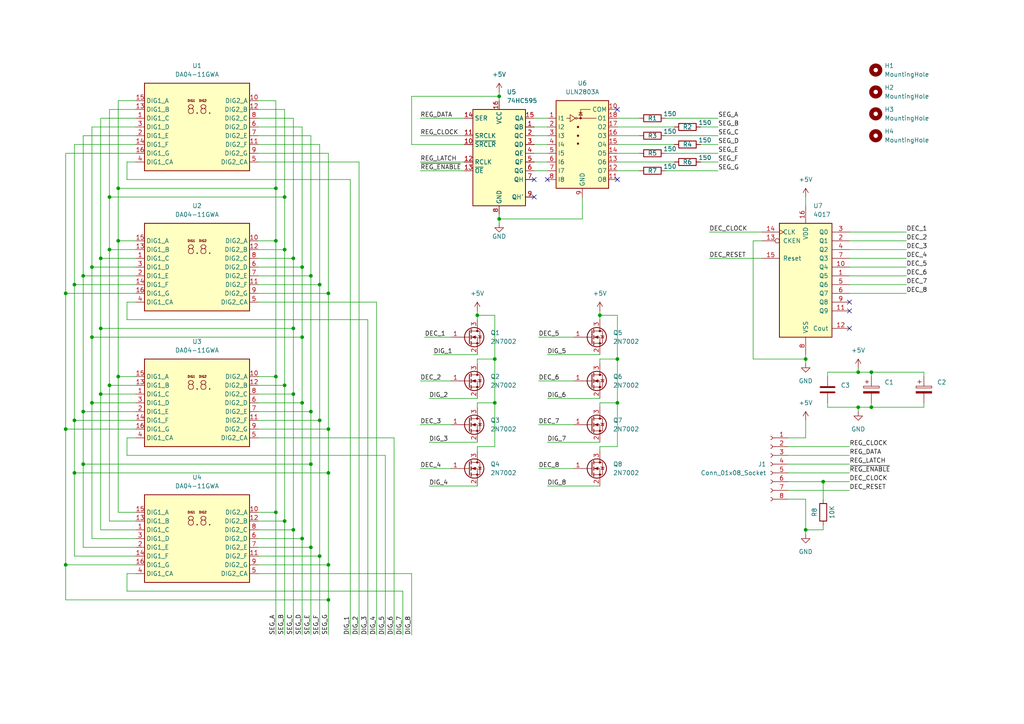
<source format=kicad_sch>
(kicad_sch (version 20230121) (generator eeschema)
  (paper "A4")
  (title_block (title "ICMI Seven Segment Display") (date "2023-08") (rev "v1.1"))
  (lib_symbols
    (symbol "4xxx:4017" (pin_names (offset 1.016))
      (property "Reference" "U" (at -7.62 16.51 0))
      (property "Value" "4017" (at -7.62 -19.05 0))
      (symbol "4017_1_0"
        (pin output line (at 12.7 0 180) (length 5.08) (name "Q5") (number "1"))
        (pin output line (at 12.7 2.54 180) (length 5.08) (name "Q4") (number "10"))
        (pin output line (at 12.7 -10.16 180) (length 5.08) (name "Q9") (number "11"))
        (pin output line (at 12.7 -15.24 180) (length 5.08) (name "Cout") (number "12"))
        (pin input inverted (at -12.7 10.16 0) (length 5.08) (name "CKEN") (number "13"))
        (pin input clock (at -12.7 12.7 0) (length 5.08) (name "CLK") (number "14"))
        (pin input line (at -12.7 5.08 0) (length 5.08) (name "Reset") (number "15"))
        (pin power_in line (at 0 20.32 270) (length 5.08) (name "VDD") (number "16"))
        (pin output line (at 12.7 10.16 180) (length 5.08) (name "Q1") (number "2"))
        (pin output line (at 12.7 12.7 180) (length 5.08) (name "Q0") (number "3"))
        (pin output line (at 12.7 7.62 180) (length 5.08) (name "Q2") (number "4"))
        (pin output line (at 12.7 -2.54 180) (length 5.08) (name "Q6") (number "5"))
        (pin output line (at 12.7 -5.08 180) (length 5.08) (name "Q7") (number "6"))
        (pin output line (at 12.7 5.08 180) (length 5.08) (name "Q3") (number "7"))
        (pin power_in line (at 0 -22.86 90) (length 5.08) (name "VSS") (number "8"))
        (pin output line (at 12.7 -7.62 180) (length 5.08) (name "Q8") (number "9"))
      )
      (symbol "4017_1_1"
        (rectangle (start -7.62 15.24) (end 7.62 -17.78) (stroke (width 0.254)) (fill (type background)))
      )
    )
    (symbol "74xx:74HC595"
      (property "Reference" "U" (at -7.62 13.97 0))
      (property "Value" "74HC595" (at -7.62 -16.51 0))
      (symbol "74HC595_1_0"
        (pin tri_state line (at 10.16 7.62 180) (length 2.54) (name "QB") (number "1"))
        (pin input line (at -10.16 2.54 0) (length 2.54) (name "~{SRCLR}") (number "10"))
        (pin input line (at -10.16 5.08 0) (length 2.54) (name "SRCLK") (number "11"))
        (pin input line (at -10.16 -2.54 0) (length 2.54) (name "RCLK") (number "12"))
        (pin input line (at -10.16 -5.08 0) (length 2.54) (name "~{OE}") (number "13"))
        (pin input line (at -10.16 10.16 0) (length 2.54) (name "SER") (number "14"))
        (pin tri_state line (at 10.16 10.16 180) (length 2.54) (name "QA") (number "15"))
        (pin power_in line (at 0 15.24 270) (length 2.54) (name "VCC") (number "16"))
        (pin tri_state line (at 10.16 5.08 180) (length 2.54) (name "QC") (number "2"))
        (pin tri_state line (at 10.16 2.54 180) (length 2.54) (name "QD") (number "3"))
        (pin tri_state line (at 10.16 0 180) (length 2.54) (name "QE") (number "4"))
        (pin tri_state line (at 10.16 -2.54 180) (length 2.54) (name "QF") (number "5"))
        (pin tri_state line (at 10.16 -5.08 180) (length 2.54) (name "QG") (number "6"))
        (pin tri_state line (at 10.16 -7.62 180) (length 2.54) (name "QH") (number "7"))
        (pin power_in line (at 0 -17.78 90) (length 2.54) (name "GND") (number "8"))
        (pin output line (at 10.16 -12.7 180) (length 2.54) (name "QH'") (number "9"))
      )
      (symbol "74HC595_1_1"
        (rectangle (start -7.62 12.7) (end 7.62 -15.24) (stroke (width 0.254)) (fill (type background)))
      )
    )
    (symbol "Connector:Conn_01x08_Socket" (pin_names (offset 1.016) hide)
      (property "Reference" "J" (at 0 10.16 0))
      (property "Value" "Conn_01x08_Socket" (at 0 -12.7 0))
      (symbol "Conn_01x08_Socket_1_1"
        (arc (start 0 -9.652) (mid -0.5058 -10.16) (end 0 -10.668) (stroke (width 0.1524)))
        (arc (start 0 -7.112) (mid -0.5058 -7.62) (end 0 -8.128) (stroke (width 0.1524)))
        (arc (start 0 -4.572) (mid -0.5058 -5.08) (end 0 -5.588) (stroke (width 0.1524)))
        (arc (start 0 -2.032) (mid -0.5058 -2.54) (end 0 -3.048) (stroke (width 0.1524)))
        (polyline (pts (xy -1.27 -10.16) (xy -0.508 -10.16)) (stroke (width 0.1524)))
        (polyline (pts (xy -1.27 -7.62) (xy -0.508 -7.62)) (stroke (width 0.1524)))
        (polyline (pts (xy -1.27 -5.08) (xy -0.508 -5.08)) (stroke (width 0.1524)))
        (polyline (pts (xy -1.27 -2.54) (xy -0.508 -2.54)) (stroke (width 0.1524)))
        (polyline (pts (xy -1.27 0) (xy -0.508 0)) (stroke (width 0.1524)))
        (polyline (pts (xy -1.27 2.54) (xy -0.508 2.54)) (stroke (width 0.1524)))
        (polyline (pts (xy -1.27 5.08) (xy -0.508 5.08)) (stroke (width 0.1524)))
        (polyline (pts (xy -1.27 7.62) (xy -0.508 7.62)) (stroke (width 0.1524)))
        (arc (start 0 0.508) (mid -0.5058 0) (end 0 -0.508) (stroke (width 0.1524)))
        (arc (start 0 3.048) (mid -0.5058 2.54) (end 0 2.032) (stroke (width 0.1524)))
        (arc (start 0 5.588) (mid -0.5058 5.08) (end 0 4.572) (stroke (width 0.1524)))
        (arc (start 0 8.128) (mid -0.5058 7.62) (end 0 7.112) (stroke (width 0.1524)))
        (pin passive line (at -5.08 7.62 0) (length 3.81) (name "Pin_1") (number "1"))
        (pin passive line (at -5.08 5.08 0) (length 3.81) (name "Pin_2") (number "2"))
        (pin passive line (at -5.08 2.54 0) (length 3.81) (name "Pin_3") (number "3"))
        (pin passive line (at -5.08 0 0) (length 3.81) (name "Pin_4") (number "4"))
        (pin passive line (at -5.08 -2.54 0) (length 3.81) (name "Pin_5") (number "5"))
        (pin passive line (at -5.08 -5.08 0) (length 3.81) (name "Pin_6") (number "6"))
        (pin passive line (at -5.08 -7.62 0) (length 3.81) (name "Pin_7") (number "7"))
        (pin passive line (at -5.08 -10.16 0) (length 3.81) (name "Pin_8") (number "8"))
      )
    )
    (symbol "Device:C" (pin_numbers hide) (pin_names (offset 0.254))
      (property "Reference" "C" (at 0.635 2.54 0))
      (property "Value" "C" (at 0.635 -2.54 0))
      (symbol "C_0_1"
        (polyline (pts (xy -2.032 -0.762) (xy 2.032 -0.762)) (stroke (width 0.508)))
        (polyline (pts (xy -2.032 0.762) (xy 2.032 0.762)) (stroke (width 0.508)))
      )
      (symbol "C_1_1"
        (pin passive line (at 0 3.81 270) (length 2.794) (name "~") (number "1"))
        (pin passive line (at 0 -3.81 90) (length 2.794) (name "~") (number "2"))
      )
    )
    (symbol "Device:C_Polarized" (pin_numbers hide) (pin_names (offset 0.254))
      (property "Reference" "C" (at 0.635 2.54 0))
      (property "Value" "C_Polarized" (at 0.635 -2.54 0))
      (symbol "C_Polarized_0_1"
        (rectangle (start -2.286 0.508) (end 2.286 1.016))
        (polyline (pts (xy -1.778 2.286) (xy -0.762 2.286)))
        (polyline (pts (xy -1.27 2.794) (xy -1.27 1.778)))
        (rectangle (start 2.286 -0.508) (end -2.286 -1.016) (fill (type outline)))
      )
      (symbol "C_Polarized_1_1"
        (pin passive line (at 0 3.81 270) (length 2.794) (name "~") (number "1"))
        (pin passive line (at 0 -3.81 90) (length 2.794) (name "~") (number "2"))
      )
    )
    (symbol "Device:R" (pin_numbers hide) (pin_names (offset 0))
      (property "Reference" "R" (at 2.032 0 90))
      (property "Value" "R" (at 0 0 90))
      (symbol "R_0_1"
        (rectangle (start -1.016 -2.54) (end 1.016 2.54) (stroke (width 0.254)))
      )
      (symbol "R_1_1"
        (pin passive line (at 0 3.81 270) (length 1.27) (name "~") (number "1"))
        (pin passive line (at 0 -3.81 90) (length 1.27) (name "~") (number "2"))
      )
    )
    (symbol "Display_Character:DA04-11GWA"
      (property "Reference" "U" (at -13.97 13.97 0))
      (property "Value" "DA04-11GWA" (at 15.24 13.97 0))
      (symbol "DA04-11GWA_0_0"
        (text "8.8." (at 0.635 5.08 0) (effects (font (size 2.54 2.54))))
        (text "DIG1" (at -1.651 7.62 0) (effects (font (size 0.635 0.635))))
        (text "DIG2" (at 1.651 7.62 0) (effects (font (size 0.635 0.635))))
      )
      (symbol "DA04-11GWA_0_1"
        (rectangle (start -15.24 12.7) (end 15.24 -12.7) (stroke (width 0.254)) (fill (type background)))
      )
      (symbol "DA04-11GWA_1_1"
        (pin input line (at -17.78 2.54 0) (length 2.54) (name "DIG1_C") (number "1"))
        (pin input line (at 17.78 7.62 180) (length 2.54) (name "DIG2_A") (number "10"))
        (pin input line (at 17.78 -5.08 180) (length 2.54) (name "DIG2_F") (number "11"))
        (pin input line (at 17.78 5.08 180) (length 2.54) (name "DIG2_B") (number "12"))
        (pin input line (at -17.78 5.08 0) (length 2.54) (name "DIG1_B") (number "13"))
        (pin input line (at -17.78 -5.08 0) (length 2.54) (name "DIG1_F") (number "14"))
        (pin input line (at -17.78 7.62 0) (length 2.54) (name "DIG1_A") (number "15"))
        (pin input line (at -17.78 -7.62 0) (length 2.54) (name "DIG1_G") (number "16"))
        (pin input line (at -17.78 -2.54 0) (length 2.54) (name "DIG1_E") (number "2"))
        (pin input line (at -17.78 0 0) (length 2.54) (name "DIG1_D") (number "3"))
        (pin input line (at -17.78 -10.16 0) (length 2.54) (name "DIG1_CA") (number "4"))
        (pin input line (at 17.78 -10.16 180) (length 2.54) (name "DIG2_CA") (number "5"))
        (pin input line (at 17.78 0 180) (length 2.54) (name "DIG2_D") (number "6"))
        (pin input line (at 17.78 -2.54 180) (length 2.54) (name "DIG2_E") (number "7"))
        (pin input line (at 17.78 2.54 180) (length 2.54) (name "DIG2_C") (number "8"))
        (pin input line (at 17.78 -7.62 180) (length 2.54) (name "DIG2_G") (number "9"))
      )
    )
    (symbol "Mechanical:MountingHole" (pin_names (offset 1.016))
      (property "Reference" "H" (at 0 5.08 0))
      (property "Value" "MountingHole" (at 0 3.175 0))
      (symbol "MountingHole_0_1"
        (circle (center 0 0) (radius 1.27) (stroke (width 1.27)))
      )
    )
    (symbol "Transistor_Array:ULN2803A"
      (property "Reference" "U" (at 0 13.335 0))
      (property "Value" "ULN2803A" (at 0 11.43 0))
      (symbol "ULN2803A_0_1"
        (rectangle (start -7.62 -15.24) (end 7.62 10.16) (stroke (width 0.254)) (fill (type background)))
        (circle (center -1.778 5.08) (radius 0.254))
        (circle (center -1.27 -2.286) (radius 0.254) (fill (type outline)))
        (circle (center -1.27 0) (radius 0.254) (fill (type outline)))
        (circle (center -1.27 2.54) (radius 0.254) (fill (type outline)))
        (circle (center -0.508 5.08) (radius 0.254) (fill (type outline)))
        (polyline (pts (xy -4.572 5.08) (xy -3.556 5.08)))
        (polyline (pts (xy -1.524 5.08) (xy 4.064 5.08)))
        (polyline (pts (xy 0 6.731) (xy -1.016 6.731)))
        (polyline (pts (xy -0.508 5.08) (xy -0.508 7.62) (xy 2.286 7.62)))
        (polyline (pts (xy -3.556 6.096) (xy -3.556 4.064) (xy -2.032 5.08) (xy -3.556 6.096)))
        (polyline (pts (xy 0 5.969) (xy -1.016 5.969) (xy -0.508 6.731) (xy 0 5.969)))
      )
      (symbol "ULN2803A_1_1"
        (pin input line (at -10.16 5.08 0) (length 2.54) (name "I1") (number "1"))
        (pin passive line (at 10.16 7.62 180) (length 2.54) (name "COM") (number "10"))
        (pin open_collector line (at 10.16 -12.7 180) (length 2.54) (name "O8") (number "11"))
        (pin open_collector line (at 10.16 -10.16 180) (length 2.54) (name "O7") (number "12"))
        (pin open_collector line (at 10.16 -7.62 180) (length 2.54) (name "O6") (number "13"))
        (pin open_collector line (at 10.16 -5.08 180) (length 2.54) (name "O5") (number "14"))
        (pin open_collector line (at 10.16 -2.54 180) (length 2.54) (name "O4") (number "15"))
        (pin open_collector line (at 10.16 0 180) (length 2.54) (name "O3") (number "16"))
        (pin open_collector line (at 10.16 2.54 180) (length 2.54) (name "O2") (number "17"))
        (pin open_collector line (at 10.16 5.08 180) (length 2.54) (name "O1") (number "18"))
        (pin input line (at -10.16 2.54 0) (length 2.54) (name "I2") (number "2"))
        (pin input line (at -10.16 0 0) (length 2.54) (name "I3") (number "3"))
        (pin input line (at -10.16 -2.54 0) (length 2.54) (name "I4") (number "4"))
        (pin input line (at -10.16 -5.08 0) (length 2.54) (name "I5") (number "5"))
        (pin input line (at -10.16 -7.62 0) (length 2.54) (name "I6") (number "6"))
        (pin input line (at -10.16 -10.16 0) (length 2.54) (name "I7") (number "7"))
        (pin input line (at -10.16 -12.7 0) (length 2.54) (name "I8") (number "8"))
        (pin power_in line (at 0 -17.78 90) (length 2.54) (name "GND") (number "9"))
      )
    )
    (symbol "Transistor_FET:2N7002" (pin_names hide)
      (property "Reference" "Q" (at 5.08 1.905 0))
      (property "Value" "2N7002" (at 5.08 0 0))
      (symbol "2N7002_0_1"
        (polyline (pts (xy 0.254 0) (xy -2.54 0)))
        (polyline (pts (xy 0.254 1.905) (xy 0.254 -1.905)) (stroke (width 0.254)))
        (polyline (pts (xy 0.762 -1.27) (xy 0.762 -2.286)) (stroke (width 0.254)))
        (polyline (pts (xy 0.762 0.508) (xy 0.762 -0.508)) (stroke (width 0.254)))
        (polyline (pts (xy 0.762 2.286) (xy 0.762 1.27)) (stroke (width 0.254)))
        (polyline (pts (xy 2.54 2.54) (xy 2.54 1.778)))
        (polyline (pts (xy 2.54 -2.54) (xy 2.54 0) (xy 0.762 0)))
        (polyline (pts (xy 0.762 -1.778) (xy 3.302 -1.778) (xy 3.302 1.778) (xy 0.762 1.778)))
        (polyline (pts (xy 1.016 0) (xy 2.032 0.381) (xy 2.032 -0.381) (xy 1.016 0)) (fill (type outline)))
        (polyline (pts (xy 2.794 0.508) (xy 2.921 0.381) (xy 3.683 0.381) (xy 3.81 0.254)))
        (polyline (pts (xy 3.302 0.381) (xy 2.921 -0.254) (xy 3.683 -0.254) (xy 3.302 0.381)))
        (circle (center 1.651 0) (radius 2.794) (stroke (width 0.254)))
        (circle (center 2.54 -1.778) (radius 0.254) (fill (type outline)))
        (circle (center 2.54 1.778) (radius 0.254) (fill (type outline)))
      )
      (symbol "2N7002_1_1"
        (pin input line (at -5.08 0 0) (length 2.54) (name "G") (number "1"))
        (pin passive line (at 2.54 -5.08 90) (length 2.54) (name "S") (number "2"))
        (pin passive line (at 2.54 5.08 270) (length 2.54) (name "D") (number "3"))
      )
    )
    (symbol "power:+5V" (power) (pin_names (offset 0))
      (property "Value" "+5V" (at 0 3.556 0))
      (symbol "+5V_0_1"
        (polyline (pts (xy -0.762 1.27) (xy 0 2.54)))
        (polyline (pts (xy 0 0) (xy 0 2.54)))
        (polyline (pts (xy 0 2.54) (xy 0.762 1.27)))
      )
      (symbol "+5V_1_1"
        (pin power_in line (at 0 0 90) (length 0) hide (name "+5V") (number "1"))
      )
    )
    (symbol "power:GND" (power) (pin_names (offset 0))
      (property "Value" "GND" (at 0 -3.81 0))
      (symbol "GND_0_1"
        (polyline (pts (xy 0 0) (xy 0 -1.27) (xy 1.27 -1.27) (xy 0 -2.54) (xy -1.27 -1.27) (xy 0 -1.27)))
      )
      (symbol "GND_1_1"
        (pin power_in line (at 0 0 270) (length 0) hide (name "GND") (number "1"))
      )
    )
  )
  (junction (at 144.78 27.94))
  (junction (at 26.67 77.47))
  (junction (at 95.25 85.09))
  (junction (at 179.07 104.14))
  (junction (at 95.25 124.46))
  (junction (at 238.76 139.7))
  (junction (at 82.55 57.15))
  (junction (at 82.55 72.39))
  (junction (at 82.55 151.13))
  (junction (at 144.78 63.5))
  (junction (at 92.71 161.29))
  (junction (at 90.17 134.62))
  (junction (at 34.29 54.61))
  (junction (at 92.71 121.92))
  (junction (at 26.67 97.79))
  (junction (at 29.21 74.93))
  (junction (at 29.21 114.3))
  (junction (at 87.63 97.79))
  (junction (at 233.68 153.67))
  (junction (at 29.21 95.25))
  (junction (at 31.75 111.76))
  (junction (at 34.29 109.22))
  (junction (at 19.05 85.09))
  (junction (at 179.07 116.84))
  (junction (at 19.05 163.83))
  (junction (at 90.17 80.01))
  (junction (at 80.01 69.85))
  (junction (at 143.51 116.84))
  (junction (at 87.63 116.84))
  (junction (at 252.73 107.95))
  (junction (at 90.17 119.38))
  (junction (at 24.13 134.62))
  (junction (at 95.25 163.83))
  (junction (at 21.59 82.55))
  (junction (at 80.01 54.61))
  (junction (at 248.92 118.11))
  (junction (at 26.67 116.84))
  (junction (at 85.09 74.93))
  (junction (at 143.51 104.14))
  (junction (at 90.17 158.75))
  (junction (at 173.99 91.44))
  (junction (at 31.75 57.15))
  (junction (at 24.13 80.01))
  (junction (at 34.29 69.85))
  (junction (at 95.25 173.99))
  (junction (at 85.09 95.25))
  (junction (at 252.73 118.11))
  (junction (at 21.59 121.92))
  (junction (at 24.13 119.38))
  (junction (at 92.71 82.55))
  (junction (at 138.43 91.44))
  (junction (at 19.05 124.46))
  (junction (at 87.63 77.47))
  (junction (at 80.01 109.22))
  (junction (at 80.01 148.59))
  (junction (at 248.92 107.95))
  (junction (at 85.09 153.67))
  (junction (at 233.68 104.14))
  (junction (at 95.25 137.16))
  (junction (at 21.59 137.16))
  (junction (at 82.55 111.76))
  (junction (at 87.63 156.21))
  (junction (at 85.09 114.3))
  (junction (at 31.75 72.39))
  (no_connect (at 246.38 90.17))
  (no_connect (at 246.38 87.63))
  (no_connect (at 154.94 57.15))
  (no_connect (at 179.07 31.75))
  (no_connect (at 179.07 52.07))
  (no_connect (at 246.38 95.25))
  (no_connect (at 154.94 52.07))
  (no_connect (at 158.75 52.07))
  (wire (pts (xy 36.83 46.99) (xy 39.37 46.99)))
  (wire (pts (xy 179.07 104.14) (xy 179.07 91.44)))
  (wire (pts (xy 82.55 31.75) (xy 82.55 57.15)))
  (wire (pts (xy 29.21 114.3) (xy 29.21 153.67)))
  (wire (pts (xy 26.67 77.47) (xy 26.67 97.79)))
  (wire (pts (xy 124.46 115.57) (xy 138.43 115.57)))
  (wire (pts (xy 39.37 127) (xy 36.83 127)))
  (wire (pts (xy 74.93 44.45) (xy 95.25 44.45)))
  (wire (pts (xy 233.68 57.15) (xy 233.68 59.69)))
  (wire (pts (xy 19.05 163.83) (xy 19.05 173.99)))
  (wire (pts (xy 233.68 144.78) (xy 233.68 153.67)))
  (wire (pts (xy 26.67 156.21) (xy 39.37 156.21)))
  (wire (pts (xy 24.13 158.75) (xy 39.37 158.75)))
  (wire (pts (xy 121.92 123.19) (xy 130.81 123.19)))
  (wire (pts (xy 29.21 153.67) (xy 39.37 153.67)))
  (wire (pts (xy 158.75 102.87) (xy 173.99 102.87)))
  (wire (pts (xy 179.07 116.84) (xy 179.07 129.54)))
  (wire (pts (xy 26.67 77.47) (xy 39.37 77.47)))
  (wire (pts (xy 36.83 166.37) (xy 36.83 171.45)))
  (wire (pts (xy 124.46 128.27) (xy 138.43 128.27)))
  (wire (pts (xy 267.97 107.95) (xy 267.97 109.22)))
  (wire (pts (xy 74.93 148.59) (xy 80.01 148.59)))
  (wire (pts (xy 95.25 173.99) (xy 95.25 184.15)))
  (wire (pts (xy 119.38 41.91) (xy 134.62 41.91)))
  (wire (pts (xy 238.76 139.7) (xy 246.38 139.7)))
  (wire (pts (xy 21.59 137.16) (xy 21.59 161.29)))
  (wire (pts (xy 143.51 104.14) (xy 143.51 91.44)))
  (wire (pts (xy 74.93 156.21) (xy 87.63 156.21)))
  (wire (pts (xy 95.25 85.09) (xy 95.25 124.46)))
  (wire (pts (xy 80.01 29.21) (xy 80.01 54.61)))
  (wire (pts (xy 34.29 29.21) (xy 34.29 54.61)))
  (wire (pts (xy 144.78 63.5) (xy 168.91 63.5)))
  (wire (pts (xy 82.55 151.13) (xy 82.55 184.15)))
  (wire (pts (xy 74.93 80.01) (xy 90.17 80.01)))
  (wire (pts (xy 82.55 72.39) (xy 82.55 111.76)))
  (wire (pts (xy 179.07 104.14) (xy 179.07 116.84)))
  (wire (pts (xy 31.75 31.75) (xy 31.75 57.15)))
  (wire (pts (xy 240.03 118.11) (xy 248.92 118.11)))
  (wire (pts (xy 95.25 137.16) (xy 95.25 163.83)))
  (wire (pts (xy 101.6 52.07) (xy 36.83 52.07)))
  (wire (pts (xy 252.73 107.95) (xy 267.97 107.95)))
  (wire (pts (xy 173.99 129.54) (xy 179.07 129.54)))
  (wire (pts (xy 119.38 27.94) (xy 144.78 27.94)))
  (wire (pts (xy 85.09 153.67) (xy 85.09 184.15)))
  (wire (pts (xy 124.46 140.97) (xy 138.43 140.97)))
  (wire (pts (xy 179.07 36.83) (xy 195.58 36.83)))
  (wire (pts (xy 31.75 111.76) (xy 39.37 111.76)))
  (wire (pts (xy 26.67 97.79) (xy 26.67 116.84)))
  (wire (pts (xy 228.6 132.08) (xy 246.38 132.08)))
  (wire (pts (xy 39.37 34.29) (xy 29.21 34.29)))
  (wire (pts (xy 179.07 39.37) (xy 185.42 39.37)))
  (wire (pts (xy 156.21 110.49) (xy 166.37 110.49)))
  (wire (pts (xy 144.78 26.67) (xy 144.78 27.94)))
  (wire (pts (xy 74.93 153.67) (xy 85.09 153.67)))
  (wire (pts (xy 24.13 80.01) (xy 24.13 119.38)))
  (wire (pts (xy 74.93 161.29) (xy 92.71 161.29)))
  (wire (pts (xy 34.29 148.59) (xy 39.37 148.59)))
  (wire (pts (xy 34.29 109.22) (xy 34.29 148.59)))
  (wire (pts (xy 74.93 82.55) (xy 92.71 82.55)))
  (wire (pts (xy 138.43 104.14) (xy 143.51 104.14)))
  (wire (pts (xy 143.51 116.84) (xy 143.51 129.54)))
  (wire (pts (xy 74.93 41.91) (xy 92.71 41.91)))
  (wire (pts (xy 31.75 72.39) (xy 31.75 111.76)))
  (wire (pts (xy 31.75 111.76) (xy 31.75 151.13)))
  (wire (pts (xy 233.68 153.67) (xy 238.76 153.67)))
  (wire (pts (xy 74.93 151.13) (xy 82.55 151.13)))
  (wire (pts (xy 154.94 36.83) (xy 158.75 36.83)))
  (wire (pts (xy 121.92 110.49) (xy 130.81 110.49)))
  (wire (pts (xy 24.13 39.37) (xy 24.13 80.01)))
  (wire (pts (xy 74.93 31.75) (xy 82.55 31.75)))
  (wire (pts (xy 154.94 49.53) (xy 158.75 49.53)))
  (wire (pts (xy 26.67 36.83) (xy 26.67 77.47)))
  (wire (pts (xy 240.03 109.22) (xy 240.03 107.95)))
  (wire (pts (xy 156.21 123.19) (xy 166.37 123.19)))
  (wire (pts (xy 228.6 139.7) (xy 238.76 139.7)))
  (wire (pts (xy 121.92 34.29) (xy 134.62 34.29)))
  (wire (pts (xy 193.04 44.45) (xy 208.28 44.45)))
  (wire (pts (xy 92.71 161.29) (xy 92.71 184.15)))
  (wire (pts (xy 74.93 85.09) (xy 95.25 85.09)))
  (wire (pts (xy 21.59 41.91) (xy 21.59 82.55)))
  (wire (pts (xy 95.25 44.45) (xy 95.25 85.09)))
  (wire (pts (xy 26.67 116.84) (xy 26.67 156.21)))
  (wire (pts (xy 233.68 102.87) (xy 233.68 104.14)))
  (wire (pts (xy 29.21 74.93) (xy 29.21 95.25)))
  (wire (pts (xy 82.55 57.15) (xy 82.55 72.39)))
  (wire (pts (xy 34.29 54.61) (xy 34.29 69.85)))
  (wire (pts (xy 87.63 97.79) (xy 87.63 116.84)))
  (wire (pts (xy 179.07 49.53) (xy 185.42 49.53)))
  (wire (pts (xy 203.2 41.91) (xy 208.28 41.91)))
  (wire (pts (xy 82.55 111.76) (xy 82.55 151.13)))
  (wire (pts (xy 173.99 130.81) (xy 173.99 129.54)))
  (wire (pts (xy 39.37 87.63) (xy 36.83 87.63)))
  (wire (pts (xy 144.78 63.5) (xy 144.78 64.77)))
  (wire (pts (xy 74.93 36.83) (xy 87.63 36.83)))
  (wire (pts (xy 111.76 132.08) (xy 111.76 184.15)))
  (wire (pts (xy 252.73 107.95) (xy 248.92 107.95)))
  (wire (pts (xy 240.03 116.84) (xy 240.03 118.11)))
  (wire (pts (xy 228.6 137.16) (xy 246.38 137.16)))
  (wire (pts (xy 19.05 173.99) (xy 95.25 173.99)))
  (wire (pts (xy 21.59 121.92) (xy 21.59 137.16)))
  (wire (pts (xy 143.51 104.14) (xy 143.51 116.84)))
  (wire (pts (xy 246.38 74.93) (xy 262.89 74.93)))
  (wire (pts (xy 240.03 107.95) (xy 248.92 107.95)))
  (wire (pts (xy 19.05 85.09) (xy 39.37 85.09)))
  (wire (pts (xy 39.37 31.75) (xy 31.75 31.75)))
  (wire (pts (xy 74.93 127) (xy 114.3 127)))
  (wire (pts (xy 87.63 36.83) (xy 87.63 77.47)))
  (wire (pts (xy 39.37 166.37) (xy 36.83 166.37)))
  (wire (pts (xy 173.99 104.14) (xy 179.07 104.14)))
  (wire (pts (xy 87.63 156.21) (xy 87.63 184.15)))
  (wire (pts (xy 119.38 166.37) (xy 119.38 184.15)))
  (wire (pts (xy 95.25 124.46) (xy 95.25 137.16)))
  (wire (pts (xy 246.38 67.31) (xy 262.89 67.31)))
  (wire (pts (xy 246.38 72.39) (xy 262.89 72.39)))
  (wire (pts (xy 74.93 39.37) (xy 90.17 39.37)))
  (wire (pts (xy 246.38 77.47) (xy 262.89 77.47)))
  (wire (pts (xy 74.93 77.47) (xy 87.63 77.47)))
  (wire (pts (xy 158.75 140.97) (xy 173.99 140.97)))
  (wire (pts (xy 31.75 72.39) (xy 39.37 72.39)))
  (wire (pts (xy 104.14 46.99) (xy 74.93 46.99)))
  (wire (pts (xy 39.37 44.45) (xy 19.05 44.45)))
  (wire (pts (xy 233.68 121.92) (xy 233.68 127)))
  (wire (pts (xy 21.59 161.29) (xy 39.37 161.29)))
  (wire (pts (xy 31.75 57.15) (xy 31.75 72.39)))
  (wire (pts (xy 138.43 91.44) (xy 138.43 92.71)))
  (wire (pts (xy 154.94 41.91) (xy 158.75 41.91)))
  (wire (pts (xy 205.74 67.31) (xy 220.98 67.31)))
  (wire (pts (xy 92.71 82.55) (xy 92.71 121.92)))
  (wire (pts (xy 80.01 54.61) (xy 80.01 69.85)))
  (wire (pts (xy 193.04 34.29) (xy 208.28 34.29)))
  (wire (pts (xy 24.13 119.38) (xy 39.37 119.38)))
  (wire (pts (xy 36.83 127) (xy 36.83 132.08)))
  (wire (pts (xy 168.91 57.15) (xy 168.91 63.5)))
  (wire (pts (xy 74.93 34.29) (xy 85.09 34.29)))
  (wire (pts (xy 154.94 44.45) (xy 158.75 44.45)))
  (wire (pts (xy 156.21 135.89) (xy 166.37 135.89)))
  (wire (pts (xy 74.93 121.92) (xy 92.71 121.92)))
  (wire (pts (xy 138.43 91.44) (xy 143.51 91.44)))
  (wire (pts (xy 179.07 46.99) (xy 195.58 46.99)))
  (wire (pts (xy 203.2 36.83) (xy 208.28 36.83)))
  (wire (pts (xy 121.92 135.89) (xy 130.81 135.89)))
  (wire (pts (xy 19.05 85.09) (xy 19.05 124.46)))
  (wire (pts (xy 228.6 129.54) (xy 246.38 129.54)))
  (wire (pts (xy 246.38 80.01) (xy 262.89 80.01)))
  (wire (pts (xy 36.83 87.63) (xy 36.83 92.71)))
  (wire (pts (xy 85.09 74.93) (xy 85.09 95.25)))
  (wire (pts (xy 109.22 87.63) (xy 109.22 184.15)))
  (wire (pts (xy 31.75 57.15) (xy 82.55 57.15)))
  (wire (pts (xy 29.21 95.25) (xy 29.21 114.3)))
  (wire (pts (xy 74.93 163.83) (xy 95.25 163.83)))
  (wire (pts (xy 24.13 80.01) (xy 39.37 80.01)))
  (wire (pts (xy 121.92 49.53) (xy 134.62 49.53)))
  (wire (pts (xy 179.07 44.45) (xy 185.42 44.45)))
  (wire (pts (xy 138.43 105.41) (xy 138.43 104.14)))
  (wire (pts (xy 36.83 171.45) (xy 116.84 171.45)))
  (wire (pts (xy 74.93 158.75) (xy 90.17 158.75)))
  (wire (pts (xy 95.25 163.83) (xy 95.25 173.99)))
  (wire (pts (xy 26.67 116.84) (xy 39.37 116.84)))
  (wire (pts (xy 154.94 46.99) (xy 158.75 46.99)))
  (wire (pts (xy 173.99 116.84) (xy 179.07 116.84)))
  (wire (pts (xy 19.05 163.83) (xy 39.37 163.83)))
  (wire (pts (xy 80.01 148.59) (xy 80.01 184.15)))
  (wire (pts (xy 203.2 46.99) (xy 208.28 46.99)))
  (wire (pts (xy 74.93 72.39) (xy 82.55 72.39)))
  (wire (pts (xy 218.44 104.14) (xy 233.68 104.14)))
  (wire (pts (xy 106.68 92.71) (xy 106.68 184.15)))
  (wire (pts (xy 21.59 82.55) (xy 21.59 121.92)))
  (wire (pts (xy 228.6 142.24) (xy 246.38 142.24)))
  (wire (pts (xy 39.37 36.83) (xy 26.67 36.83)))
  (wire (pts (xy 246.38 82.55) (xy 262.89 82.55)))
  (wire (pts (xy 121.92 39.37) (xy 134.62 39.37)))
  (wire (pts (xy 74.93 166.37) (xy 119.38 166.37)))
  (wire (pts (xy 179.07 41.91) (xy 195.58 41.91)))
  (wire (pts (xy 228.6 144.78) (xy 233.68 144.78)))
  (wire (pts (xy 173.99 118.11) (xy 173.99 116.84)))
  (wire (pts (xy 21.59 121.92) (xy 39.37 121.92)))
  (wire (pts (xy 85.09 114.3) (xy 85.09 153.67)))
  (wire (pts (xy 114.3 127) (xy 114.3 184.15)))
  (wire (pts (xy 87.63 77.47) (xy 87.63 97.79)))
  (wire (pts (xy 74.93 69.85) (xy 80.01 69.85)))
  (wire (pts (xy 90.17 119.38) (xy 90.17 134.62)))
  (wire (pts (xy 138.43 130.81) (xy 138.43 129.54)))
  (wire (pts (xy 220.98 69.85) (xy 218.44 69.85)))
  (wire (pts (xy 144.78 62.23) (xy 144.78 63.5)))
  (wire (pts (xy 166.37 97.79) (xy 156.21 97.79)))
  (wire (pts (xy 173.99 90.17) (xy 173.99 91.44)))
  (wire (pts (xy 39.37 29.21) (xy 34.29 29.21)))
  (wire (pts (xy 193.04 49.53) (xy 208.28 49.53)))
  (wire (pts (xy 158.75 115.57) (xy 173.99 115.57)))
  (wire (pts (xy 252.73 118.11) (xy 248.92 118.11)))
  (wire (pts (xy 173.99 91.44) (xy 173.99 92.71)))
  (wire (pts (xy 228.6 134.62) (xy 246.38 134.62)))
  (wire (pts (xy 138.43 129.54) (xy 143.51 129.54)))
  (wire (pts (xy 19.05 124.46) (xy 19.05 163.83)))
  (wire (pts (xy 233.68 153.67) (xy 233.68 154.94)))
  (wire (pts (xy 74.93 114.3) (xy 85.09 114.3)))
  (wire (pts (xy 26.67 97.79) (xy 87.63 97.79)))
  (wire (pts (xy 173.99 105.41) (xy 173.99 104.14)))
  (wire (pts (xy 74.93 111.76) (xy 82.55 111.76)))
  (wire (pts (xy 39.37 41.91) (xy 21.59 41.91)))
  (wire (pts (xy 252.73 107.95) (xy 252.73 109.22)))
  (wire (pts (xy 74.93 124.46) (xy 95.25 124.46)))
  (wire (pts (xy 123.19 97.79) (xy 130.81 97.79)))
  (wire (pts (xy 193.04 39.37) (xy 208.28 39.37)))
  (wire (pts (xy 116.84 171.45) (xy 116.84 184.15)))
  (wire (pts (xy 158.75 128.27) (xy 173.99 128.27)))
  (wire (pts (xy 34.29 54.61) (xy 80.01 54.61)))
  (wire (pts (xy 248.92 106.68) (xy 248.92 107.95)))
  (wire (pts (xy 29.21 95.25) (xy 85.09 95.25)))
  (wire (pts (xy 34.29 109.22) (xy 39.37 109.22)))
  (wire (pts (xy 205.74 74.93) (xy 220.98 74.93)))
  (wire (pts (xy 144.78 27.94) (xy 144.78 29.21)))
  (wire (pts (xy 74.93 29.21) (xy 80.01 29.21)))
  (wire (pts (xy 92.71 121.92) (xy 92.71 161.29)))
  (wire (pts (xy 24.13 119.38) (xy 24.13 134.62)))
  (wire (pts (xy 24.13 134.62) (xy 90.17 134.62)))
  (wire (pts (xy 74.93 87.63) (xy 109.22 87.63)))
  (wire (pts (xy 90.17 39.37) (xy 90.17 80.01)))
  (wire (pts (xy 179.07 91.44) (xy 173.99 91.44)))
  (wire (pts (xy 85.09 34.29) (xy 85.09 74.93)))
  (wire (pts (xy 87.63 116.84) (xy 87.63 156.21)))
  (wire (pts (xy 125.73 102.87) (xy 138.43 102.87)))
  (wire (pts (xy 154.94 34.29) (xy 158.75 34.29)))
  (wire (pts (xy 121.92 46.99) (xy 134.62 46.99)))
  (wire (pts (xy 34.29 69.85) (xy 34.29 109.22)))
  (wire (pts (xy 104.14 46.99) (xy 104.14 184.15)))
  (wire (pts (xy 228.6 127) (xy 233.68 127)))
  (wire (pts (xy 29.21 114.3) (xy 39.37 114.3)))
  (wire (pts (xy 19.05 124.46) (xy 39.37 124.46)))
  (wire (pts (xy 138.43 90.17) (xy 138.43 91.44)))
  (wire (pts (xy 101.6 52.07) (xy 101.6 184.15)))
  (wire (pts (xy 34.29 69.85) (xy 39.37 69.85)))
  (wire (pts (xy 19.05 44.45) (xy 19.05 85.09)))
  (wire (pts (xy 31.75 151.13) (xy 39.37 151.13)))
  (wire (pts (xy 238.76 152.4) (xy 238.76 153.67)))
  (wire (pts (xy 138.43 118.11) (xy 138.43 116.84)))
  (wire (pts (xy 90.17 158.75) (xy 90.17 184.15)))
  (wire (pts (xy 80.01 69.85) (xy 80.01 109.22)))
  (wire (pts (xy 246.38 85.09) (xy 262.89 85.09)))
  (wire (pts (xy 39.37 39.37) (xy 24.13 39.37)))
  (wire (pts (xy 74.93 116.84) (xy 87.63 116.84)))
  (wire (pts (xy 252.73 116.84) (xy 252.73 118.11)))
  (wire (pts (xy 90.17 80.01) (xy 90.17 119.38)))
  (wire (pts (xy 21.59 137.16) (xy 95.25 137.16)))
  (wire (pts (xy 218.44 69.85) (xy 218.44 104.14)))
  (wire (pts (xy 36.83 132.08) (xy 111.76 132.08)))
  (wire (pts (xy 248.92 118.11) (xy 248.92 119.38)))
  (wire (pts (xy 92.71 41.91) (xy 92.71 82.55)))
  (wire (pts (xy 36.83 92.71) (xy 106.68 92.71)))
  (wire (pts (xy 138.43 116.84) (xy 143.51 116.84)))
  (wire (pts (xy 90.17 134.62) (xy 90.17 158.75)))
  (wire (pts (xy 238.76 139.7) (xy 238.76 144.78)))
  (wire (pts (xy 74.93 119.38) (xy 90.17 119.38)))
  (wire (pts (xy 154.94 39.37) (xy 158.75 39.37)))
  (wire (pts (xy 252.73 118.11) (xy 267.97 118.11)))
  (wire (pts (xy 179.07 34.29) (xy 185.42 34.29)))
  (wire (pts (xy 21.59 82.55) (xy 39.37 82.55)))
  (wire (pts (xy 119.38 41.91) (xy 119.38 27.94)))
  (wire (pts (xy 85.09 95.25) (xy 85.09 114.3)))
  (wire (pts (xy 233.68 104.14) (xy 233.68 105.41)))
  (wire (pts (xy 246.38 69.85) (xy 262.89 69.85)))
  (wire (pts (xy 80.01 109.22) (xy 80.01 148.59)))
  (wire (pts (xy 36.83 52.07) (xy 36.83 46.99)))
  (wire (pts (xy 29.21 74.93) (xy 39.37 74.93)))
  (wire (pts (xy 267.97 116.84) (xy 267.97 118.11)))
  (wire (pts (xy 24.13 134.62) (xy 24.13 158.75)))
  (wire (pts (xy 74.93 74.93) (xy 85.09 74.93)))
  (wire (pts (xy 74.93 109.22) (xy 80.01 109.22)))
  (wire (pts (xy 29.21 34.29) (xy 29.21 74.93)))
  (label "DEC_7" (at 262.89 82.55 0))
  (label "DIG_4" (at 109.22 184.15 90))
  (label "DIG_7" (at 158.75 128.27 0))
  (label "~{REG_ENABLE}" (at 121.92 49.53 0))
  (label "SEG_D" (at 87.63 184.15 90))
  (label "SEG_A" (at 208.28 34.29 0))
  (label "DIG_5" (at 111.76 184.15 90))
  (label "DIG_5" (at 158.75 102.87 0))
  (label "DIG_2" (at 104.14 184.15 90))
  (label "DIG_8" (at 158.75 140.97 0))
  (label "DEC_3" (at 121.92 123.19 0))
  (label "DEC_2" (at 262.89 69.85 0))
  (label "DIG_8" (at 119.38 184.15 90))
  (label "REG_LATCH" (at 246.38 134.62 0))
  (label "~{REG_ENABLE}" (at 246.38 137.16 0))
  (label "DIG_1" (at 125.73 102.87 0))
  (label "DEC_4" (at 262.89 74.93 0))
  (label "SEG_C" (at 85.09 184.15 90))
  (label "REG_DATA" (at 246.38 132.08 0))
  (label "DEC_RESET" (at 246.38 142.24 0))
  (label "DEC_CLOCK" (at 246.38 139.7 0))
  (label "DIG_3" (at 124.46 128.27 0))
  (label "REG_LATCH" (at 121.92 46.99 0))
  (label "DIG_3" (at 106.68 184.15 90))
  (label "SEG_B" (at 82.55 184.15 90))
  (label "DEC_6" (at 262.89 80.01 0))
  (label "DIG_1" (at 101.6 184.15 90))
  (label "DEC_4" (at 121.92 135.89 0))
  (label "DEC_5" (at 262.89 77.47 0))
  (label "SEG_G" (at 95.25 184.15 90))
  (label "SEG_F" (at 92.71 184.15 90))
  (label "REG_DATA" (at 121.92 34.29 0))
  (label "SEG_F" (at 208.28 46.99 0))
  (label "SEG_G" (at 208.28 49.53 0))
  (label "SEG_C" (at 208.28 39.37 0))
  (label "SEG_E" (at 90.17 184.15 90))
  (label "DEC_7" (at 156.21 123.19 0))
  (label "DEC_3" (at 262.89 72.39 0))
  (label "SEG_A" (at 80.01 184.15 90))
  (label "SEG_B" (at 208.28 36.83 0))
  (label "DEC_6" (at 156.21 110.49 0))
  (label "DIG_6" (at 158.75 115.57 0))
  (label "DEC_5" (at 156.21 97.79 0))
  (label "SEG_D" (at 208.28 41.91 0))
  (label "DIG_6" (at 114.3 184.15 90))
  (label "REG_CLOCK" (at 246.38 129.54 0))
  (label "DIG_7" (at 116.84 184.15 90))
  (label "DEC_2" (at 121.92 110.49 0))
  (label "REG_CLOCK" (at 121.92 39.37 0))
  (label "DIG_4" (at 124.46 140.97 0))
  (label "DEC_1" (at 262.89 67.31 0))
  (label "DEC_8" (at 156.21 135.89 0))
  (label "DIG_2" (at 124.46 115.57 0))
  (label "DEC_RESET" (at 205.74 74.93 0))
  (label "DEC_CLOCK" (at 205.74 67.31 0))
  (label "SEG_E" (at 208.28 44.45 0))
  (label "DEC_1" (at 123.19 97.79 0))
  (label "DEC_8" (at 262.89 85.09 0))
  (symbol (lib_id "Mechanical:MountingHole") (at 254 26.67 0) (unit 1)
    (property "Reference" "H2" (at 256.54 25.4 0) (effects (justify left)))
    (property "Value" "MountingHole" (at 256.54 27.94 0) (effects (justify left)))
    (property "Footprint" "MountingHole:MountingHole_3.2mm_M3" (effects hide))
  )
  (symbol (lib_id "Transistor_FET:2N7002") (at 171.45 110.49 0) (unit 1)
    (property "Reference" "Q6" (at 177.8 109.22 0) (effects (justify left)))
    (property "Value" "2N7002" (at 177.8 111.76 0) (effects (justify left)))
    (property "Footprint" "Package_TO_SOT_SMD:SOT-23" (effects hide))
    (property "Datasheet" "https://www.onsemi.com/pub/Collateral/NDS7002A-D.PDF" (effects hide))
  )
  (symbol (lib_id "Mechanical:MountingHole") (at 254 20.32 0) (unit 1)
    (property "Reference" "H1" (at 256.54 19.05 0) (effects (justify left)))
    (property "Value" "MountingHole" (at 256.54 21.59 0) (effects (justify left)))
    (property "Footprint" "MountingHole:MountingHole_3.2mm_M3" (effects hide))
  )
  (symbol (lib_id "Device:R") (at 238.76 148.59 0) (unit 1)
    (property "Reference" "R8" (at 236.22 148.59 90))
    (property "Value" "10K" (at 241.3 148.59 90))
    (property "Footprint" "Resistor_SMD:R_1206_3216Metric_Pad1.30x1.75mm_HandSolder" (effects hide))
  )
  (symbol (lib_id "Device:C") (at 240.03 113.03 0) (unit 1)
    (property "Reference" "C3" (at 243.84 111.76 0) (effects (justify left)))
    (property "Value" "C" (effects hide))
    (property "Footprint" "Capacitor_SMD:C_1206_3216Metric_Pad1.33x1.80mm_HandSolder" (effects hide))
  )
  (symbol (lib_id "Device:R") (at 199.39 36.83 270) (unit 1)
    (property "Reference" "R2" (at 199.39 36.83 90))
    (property "Value" "150" (at 204.47 35.56 90))
    (property "Footprint" "Resistor_SMD:R_1206_3216Metric_Pad1.30x1.75mm_HandSolder" (effects hide))
  )
  (symbol (lib_id "Transistor_FET:2N7002") (at 171.45 135.89 0) (unit 1)
    (property "Reference" "Q8" (at 177.8 134.62 0) (effects (justify left)))
    (property "Value" "2N7002" (at 177.8 137.16 0) (effects (justify left)))
    (property "Footprint" "Package_TO_SOT_SMD:SOT-23" (effects hide))
    (property "Datasheet" "https://www.onsemi.com/pub/Collateral/NDS7002A-D.PDF" (effects hide))
  )
  (symbol (lib_id "Device:R") (at 199.39 41.91 270) (unit 1)
    (property "Reference" "R4" (at 199.39 41.91 90))
    (property "Value" "150" (at 204.47 40.64 90))
    (property "Footprint" "Resistor_SMD:R_1206_3216Metric_Pad1.30x1.75mm_HandSolder" (effects hide))
  )
  (symbol (lib_id "Device:R") (at 189.23 49.53 270) (unit 1)
    (property "Reference" "R7" (at 189.23 49.53 90))
    (property "Value" "150" (at 194.31 48.26 90))
    (property "Footprint" "Resistor_SMD:R_1206_3216Metric_Pad1.30x1.75mm_HandSolder" (effects hide))
  )
  (symbol (lib_id "power:+5V") (at 144.78 26.67 0) (unit 1)
    (property "Reference" "#PWR03" (effects hide))
    (property "Value" "+5V" (at 144.78 21.59 0))
  )
  (symbol (lib_id "Display_Character:DA04-11GWA") (at 57.15 116.84 0) (unit 1)
    (property "Reference" "U3" (at 57.15 99.06 0))
    (property "Value" "DA04-11GWA" (at 57.15 101.6 0))
    (property "Footprint" "Display_7Segment:DA04-11CGKWA" (effects hide))
    (property "Datasheet" "http://www.kingbrightusa.com/images/catalog/SPEC/DA04-11GWA.pdf" (effects hide))
  )
  (symbol (lib_id "74xx:74HC595") (at 144.78 44.45 0) (unit 1)
    (property "Reference" "U5" (at 146.9741 26.67 0) (effects (justify left)))
    (property "Value" "74HC595" (at 146.9741 29.21 0) (effects (justify left)))
    (property "Footprint" "Package_SO:SOIC-16_3.9x9.9mm_P1.27mm" (effects hide))
    (property "Datasheet" "http://www.ti.com/lit/ds/symlink/sn74hc595.pdf" (effects hide))
  )
  (symbol (lib_id "4xxx:4017") (at 233.68 80.01 0) (unit 1)
    (property "Reference" "U7" (at 235.8741 59.69 0) (effects (justify left)))
    (property "Value" "4017" (at 235.8741 62.23 0) (effects (justify left)))
    (property "Footprint" "Package_SO:SOIC-16_3.9x9.9mm_P1.27mm" (effects hide))
    (property "Datasheet" "http://www.intersil.com/content/dam/Intersil/documents/cd40/cd4017bms-22bms.pdf" (effects hide))
  )
  (symbol (lib_id "Transistor_Array:ULN2803A") (at 168.91 39.37 0) (unit 1)
    (property "Reference" "U6" (at 168.91 24.13 0))
    (property "Value" "ULN2803A" (at 168.91 26.67 0))
    (property "Footprint" "Package_SO:SOIC-18W_7.5x11.6mm_P1.27mm" (effects hide))
    (property "Datasheet" "http://www.ti.com/lit/ds/symlink/uln2803a.pdf" (effects hide))
  )
  (symbol (lib_id "power:+5V") (at 233.68 121.92 0) (unit 1)
    (property "Reference" "#PWR01" (effects hide))
    (property "Value" "+5V" (at 233.68 116.84 0))
  )
  (symbol (lib_id "Transistor_FET:2N7002") (at 171.45 123.19 0) (unit 1)
    (property "Reference" "Q7" (at 177.8 121.92 0) (effects (justify left)))
    (property "Value" "2N7002" (at 177.8 124.46 0) (effects (justify left)))
    (property "Footprint" "Package_TO_SOT_SMD:SOT-23" (effects hide))
    (property "Datasheet" "https://www.onsemi.com/pub/Collateral/NDS7002A-D.PDF" (effects hide))
  )
  (symbol (lib_id "power:GND") (at 248.92 119.38 0) (unit 1)
    (property "Reference" "#PWR010" (effects hide))
    (property "Value" "GND" (at 248.92 124.46 0))
  )
  (symbol (lib_id "Display_Character:DA04-11GWA") (at 57.15 36.83 0) (unit 1)
    (property "Reference" "U1" (at 57.15 19.05 0))
    (property "Value" "DA04-11GWA" (at 57.15 21.59 0))
    (property "Footprint" "Display_7Segment:DA04-11CGKWA" (effects hide))
    (property "Datasheet" "http://www.kingbrightusa.com/images/catalog/SPEC/DA04-11GWA.pdf" (effects hide))
  )
  (symbol (lib_id "power:GND") (at 233.68 105.41 0) (unit 1)
    (property "Reference" "#PWR07" (effects hide))
    (property "Value" "GND" (at 233.68 110.49 0))
  )
  (symbol (lib_id "Transistor_FET:2N7002") (at 135.89 97.79 0) (unit 1)
    (property "Reference" "Q1" (at 142.24 96.52 0) (effects (justify left)))
    (property "Value" "2N7002" (at 142.24 99.06 0) (effects (justify left)))
    (property "Footprint" "Package_TO_SOT_SMD:SOT-23" (effects hide))
    (property "Datasheet" "https://www.onsemi.com/pub/Collateral/NDS7002A-D.PDF" (effects hide))
  )
  (symbol (lib_id "Display_Character:DA04-11GWA") (at 57.15 156.21 0) (unit 1)
    (property "Reference" "U4" (at 57.15 138.43 0))
    (property "Value" "DA04-11GWA" (at 57.15 140.97 0))
    (property "Footprint" "Display_7Segment:DA04-11CGKWA" (effects hide))
    (property "Datasheet" "http://www.kingbrightusa.com/images/catalog/SPEC/DA04-11GWA.pdf" (effects hide))
  )
  (symbol (lib_id "Device:R") (at 189.23 44.45 270) (unit 1)
    (property "Reference" "R5" (at 189.23 44.45 90))
    (property "Value" "150" (at 194.31 43.18 90))
    (property "Footprint" "Resistor_SMD:R_1206_3216Metric_Pad1.30x1.75mm_HandSolder" (effects hide))
  )
  (symbol (lib_id "Display_Character:DA04-11GWA") (at 57.15 77.47 0) (unit 1)
    (property "Reference" "U2" (at 57.15 59.69 0))
    (property "Value" "DA04-11GWA" (at 57.15 62.23 0))
    (property "Footprint" "Display_7Segment:DA04-11CGKWA" (effects hide))
    (property "Datasheet" "http://www.kingbrightusa.com/images/catalog/SPEC/DA04-11GWA.pdf" (effects hide))
  )
  (symbol (lib_id "Transistor_FET:2N7002") (at 135.89 110.49 0) (unit 1)
    (property "Reference" "Q2" (at 142.24 109.22 0) (effects (justify left)))
    (property "Value" "2N7002" (at 142.24 111.76 0) (effects (justify left)))
    (property "Footprint" "Package_TO_SOT_SMD:SOT-23" (effects hide))
    (property "Datasheet" "https://www.onsemi.com/pub/Collateral/NDS7002A-D.PDF" (effects hide))
  )
  (symbol (lib_id "Transistor_FET:2N7002") (at 135.89 123.19 0) (unit 1)
    (property "Reference" "Q3" (at 142.24 121.92 0) (effects (justify left)))
    (property "Value" "2N7002" (at 142.24 124.46 0) (effects (justify left)))
    (property "Footprint" "Package_TO_SOT_SMD:SOT-23" (effects hide))
    (property "Datasheet" "https://www.onsemi.com/pub/Collateral/NDS7002A-D.PDF" (effects hide))
  )
  (symbol (lib_id "power:+5V") (at 248.92 106.68 0) (unit 1)
    (property "Reference" "#PWR09" (effects hide))
    (property "Value" "+5V" (at 248.92 101.6 0))
  )
  (symbol (lib_id "Device:R") (at 199.39 46.99 270) (unit 1)
    (property "Reference" "R6" (at 199.39 46.99 90))
    (property "Value" "150" (at 204.47 45.72 90))
    (property "Footprint" "Resistor_SMD:R_1206_3216Metric_Pad1.30x1.75mm_HandSolder" (effects hide))
  )
  (symbol (lib_id "power:+5V") (at 173.99 90.17 0) (unit 1)
    (property "Reference" "#PWR05" (effects hide))
    (property "Value" "+5V" (at 173.99 85.09 0))
  )
  (symbol (lib_id "power:GND") (at 144.78 64.77 0) (unit 1)
    (property "Reference" "#PWR08" (effects hide))
    (property "Value" "GND" (at 144.78 68.58 0))
  )
  (symbol (lib_id "Mechanical:MountingHole") (at 254 33.02 0) (unit 1)
    (property "Reference" "H3" (at 256.54 31.75 0) (effects (justify left)))
    (property "Value" "MountingHole" (at 256.54 34.29 0) (effects (justify left)))
    (property "Footprint" "MountingHole:MountingHole_3.2mm_M3" (effects hide))
  )
  (symbol (lib_id "Device:R") (at 189.23 39.37 270) (unit 1)
    (property "Reference" "R3" (at 189.23 39.37 90))
    (property "Value" "150" (at 194.31 38.1 90))
    (property "Footprint" "Resistor_SMD:R_1206_3216Metric_Pad1.30x1.75mm_HandSolder" (effects hide))
  )
  (symbol (lib_id "Mechanical:MountingHole") (at 254 39.37 0) (unit 1)
    (property "Reference" "H4" (at 256.54 38.1 0) (effects (justify left)))
    (property "Value" "MountingHole" (at 256.54 40.64 0) (effects (justify left)))
    (property "Footprint" "MountingHole:MountingHole_3.2mm_M3" (effects hide))
  )
  (symbol (lib_id "power:GND") (at 233.68 154.94 0) (unit 1)
    (property "Reference" "#PWR06" (effects hide))
    (property "Value" "GND" (at 233.68 160.02 0))
  )
  (symbol (lib_id "Device:C_Polarized") (at 252.73 113.03 0) (unit 1)
    (property "Reference" "C1" (at 256.54 110.871 0) (effects (justify left)))
    (property "Value" "C_Polarized" (effects hide))
    (property "Footprint" "Capacitor_Tantalum_SMD:CP_EIA-3216-10_Kemet-I_Pad1.58x1.35mm_HandSolder" (effects hide))
  )
  (symbol (lib_id "power:+5V") (at 233.68 57.15 0) (unit 1)
    (property "Reference" "#PWR02" (effects hide))
    (property "Value" "+5V" (at 233.68 52.07 0))
  )
  (symbol (lib_id "Device:C_Polarized") (at 267.97 113.03 0) (unit 1)
    (property "Reference" "C2" (at 271.78 110.871 0) (effects (justify left)))
    (property "Value" "C_Polarized" (effects hide))
    (property "Footprint" "Capacitor_SMD:CP_Elec_6.3x7.7" (effects hide))
  )
  (symbol (lib_id "Device:R") (at 189.23 34.29 270) (unit 1)
    (property "Reference" "R1" (at 189.23 34.29 90))
    (property "Value" "150" (at 194.31 33.02 90))
    (property "Footprint" "Resistor_SMD:R_1206_3216Metric_Pad1.30x1.75mm_HandSolder" (effects hide))
  )
  (symbol (lib_id "Connector:Conn_01x08_Socket") (at 223.52 134.62 0) (mirror y) (unit 1)
    (property "Reference" "J1" (at 222.25 134.62 0) (effects (justify left)))
    (property "Value" "Conn_01x08_Socket" (at 222.25 137.16 0) (effects (justify left)))
    (property "Footprint" "Connector_IDC:IDC-Header_2x04_P2.54mm_Horizontal" (effects hide))
  )
  (symbol (lib_id "Transistor_FET:2N7002") (at 171.45 97.79 0) (unit 1)
    (property "Reference" "Q5" (at 177.8 96.52 0) (effects (justify left)))
    (property "Value" "2N7002" (at 177.8 99.06 0) (effects (justify left)))
    (property "Footprint" "Package_TO_SOT_SMD:SOT-23" (effects hide))
    (property "Datasheet" "https://www.onsemi.com/pub/Collateral/NDS7002A-D.PDF" (effects hide))
  )
  (symbol (lib_id "Transistor_FET:2N7002") (at 135.89 135.89 0) (unit 1)
    (property "Reference" "Q4" (at 142.24 134.62 0) (effects (justify left)))
    (property "Value" "2N7002" (at 142.24 137.16 0) (effects (justify left)))
    (property "Footprint" "Package_TO_SOT_SMD:SOT-23" (effects hide))
    (property "Datasheet" "https://www.onsemi.com/pub/Collateral/NDS7002A-D.PDF" (effects hide))
  )
  (symbol (lib_id "power:+5V") (at 138.43 90.17 0) (unit 1)
    (property "Reference" "#PWR04" (effects hide))
    (property "Value" "+5V" (at 138.43 85.09 0))
  )
)
</source>
